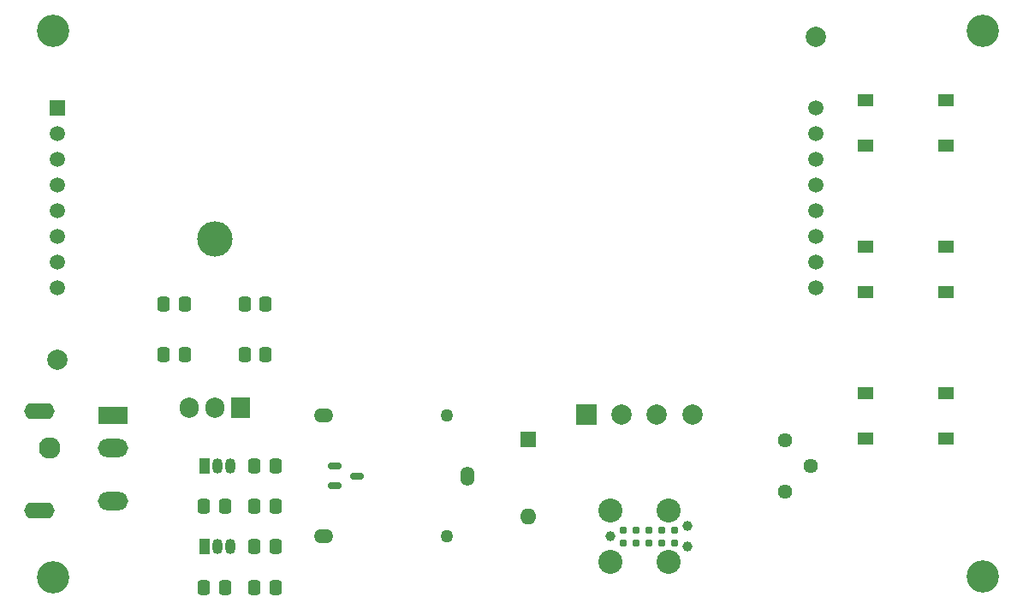
<source format=gbr>
%TF.GenerationSoftware,KiCad,Pcbnew,8.0.1*%
%TF.CreationDate,2024-07-30T14:49:37+02:00*%
%TF.ProjectId,driver,64726976-6572-42e6-9b69-6361645f7063,rev?*%
%TF.SameCoordinates,Original*%
%TF.FileFunction,Soldermask,Top*%
%TF.FilePolarity,Negative*%
%FSLAX46Y46*%
G04 Gerber Fmt 4.6, Leading zero omitted, Abs format (unit mm)*
G04 Created by KiCad (PCBNEW 8.0.1) date 2024-07-30 14:49:37*
%MOMM*%
%LPD*%
G01*
G04 APERTURE LIST*
G04 Aperture macros list*
%AMRoundRect*
0 Rectangle with rounded corners*
0 $1 Rounding radius*
0 $2 $3 $4 $5 $6 $7 $8 $9 X,Y pos of 4 corners*
0 Add a 4 corners polygon primitive as box body*
4,1,4,$2,$3,$4,$5,$6,$7,$8,$9,$2,$3,0*
0 Add four circle primitives for the rounded corners*
1,1,$1+$1,$2,$3*
1,1,$1+$1,$4,$5*
1,1,$1+$1,$6,$7*
1,1,$1+$1,$8,$9*
0 Add four rect primitives between the rounded corners*
20,1,$1+$1,$2,$3,$4,$5,0*
20,1,$1+$1,$4,$5,$6,$7,0*
20,1,$1+$1,$6,$7,$8,$9,0*
20,1,$1+$1,$8,$9,$2,$3,0*%
G04 Aperture macros list end*
%ADD10RoundRect,0.250000X-0.337500X-0.475000X0.337500X-0.475000X0.337500X0.475000X-0.337500X0.475000X0*%
%ADD11RoundRect,0.250000X0.337500X0.475000X-0.337500X0.475000X-0.337500X-0.475000X0.337500X-0.475000X0*%
%ADD12C,3.200000*%
%ADD13R,1.550000X1.300000*%
%ADD14C,2.000000*%
%ADD15R,1.500000X1.500000*%
%ADD16C,1.500000*%
%ADD17RoundRect,0.150000X-0.512500X-0.150000X0.512500X-0.150000X0.512500X0.150000X-0.512500X0.150000X0*%
%ADD18C,1.440000*%
%ADD19C,2.374900*%
%ADD20C,0.990600*%
%ADD21C,0.787400*%
%ADD22C,2.130000*%
%ADD23R,3.000000X1.800000*%
%ADD24O,3.000000X1.800000*%
%ADD25O,3.000000X1.600000*%
%ADD26R,1.050000X1.500000*%
%ADD27O,1.050000X1.500000*%
%ADD28R,2.000000X2.000000*%
%ADD29R,1.600000X1.600000*%
%ADD30O,1.600000X1.600000*%
%ADD31O,1.900000X1.360000*%
%ADD32O,1.360000X1.900000*%
%ADD33C,1.270000*%
%ADD34O,3.500000X3.500000*%
%ADD35R,1.905000X2.000000*%
%ADD36O,1.905000X2.000000*%
G04 APERTURE END LIST*
D10*
%TO.C,C4*%
X164962500Y-81000000D03*
X167037500Y-81000000D03*
%TD*%
%TO.C,C11*%
X173962500Y-101000000D03*
X176037500Y-101000000D03*
%TD*%
%TO.C,C12*%
X173962500Y-105000000D03*
X176037500Y-105000000D03*
%TD*%
%TO.C,C5*%
X164962500Y-86000000D03*
X167037500Y-86000000D03*
%TD*%
%TO.C,C10*%
X173962500Y-97000000D03*
X176037500Y-97000000D03*
%TD*%
D11*
%TO.C,C3*%
X175037500Y-81000000D03*
X172962500Y-81000000D03*
%TD*%
D12*
%TO.C,H4*%
X246000000Y-107900000D03*
%TD*%
%TO.C,H3*%
X154000000Y-108000000D03*
%TD*%
D10*
%TO.C,C9*%
X168962500Y-109000000D03*
X171037500Y-109000000D03*
%TD*%
D13*
%TO.C,SW2*%
X234425000Y-75350000D03*
X242375000Y-75350000D03*
X234425000Y-79850000D03*
X242375000Y-79850000D03*
%TD*%
%TO.C,SW3*%
X234425000Y-89850000D03*
X242375000Y-89850000D03*
X234425000Y-94350000D03*
X242375000Y-94350000D03*
%TD*%
D10*
%TO.C,C13*%
X173962500Y-109000000D03*
X176037500Y-109000000D03*
%TD*%
D12*
%TO.C,H2*%
X154000000Y-54000000D03*
%TD*%
D14*
%TO.C,U5*%
X154500000Y-86560000D03*
X229500000Y-54560000D03*
D15*
X154500000Y-61670000D03*
D16*
X154500000Y-64210000D03*
X154500000Y-66750000D03*
X154500000Y-69290000D03*
X154500000Y-71830000D03*
X154500000Y-74370000D03*
X154500000Y-76910000D03*
X154500000Y-79450000D03*
X229500000Y-61670000D03*
X229500000Y-64210000D03*
X229500000Y-66750000D03*
X229500000Y-69290000D03*
X229500000Y-71830000D03*
X229500000Y-74370000D03*
X229500000Y-76910000D03*
X229500000Y-79450000D03*
%TD*%
D17*
%TO.C,Q1*%
X181862500Y-97050000D03*
X181862500Y-98950000D03*
X184137500Y-98000000D03*
%TD*%
D13*
%TO.C,SW1*%
X234425000Y-60850000D03*
X242375000Y-60850000D03*
X234425000Y-65350000D03*
X242375000Y-65350000D03*
%TD*%
D11*
%TO.C,C2*%
X175037500Y-86000000D03*
X172962500Y-86000000D03*
%TD*%
D18*
%TO.C,RV1*%
X226460000Y-99540000D03*
X229000000Y-97000000D03*
X226460000Y-94460000D03*
%TD*%
D19*
%TO.C,J3*%
X209190000Y-101460000D03*
D20*
X209190000Y-104000000D03*
D19*
X209190000Y-106540000D03*
X214905000Y-101460000D03*
X214905000Y-106540000D03*
D20*
X216810000Y-102984000D03*
X216810000Y-105016000D03*
D21*
X210460000Y-104635000D03*
X211730000Y-104635000D03*
X213000000Y-104635000D03*
X214270000Y-104635000D03*
X215540000Y-104635000D03*
X215540000Y-103365000D03*
X214270000Y-103365000D03*
X213000000Y-103365000D03*
X211730000Y-103365000D03*
X210460000Y-103365000D03*
%TD*%
D10*
%TO.C,C8*%
X168962500Y-101000000D03*
X171037500Y-101000000D03*
%TD*%
D12*
%TO.C,H1*%
X246000000Y-54000000D03*
%TD*%
D22*
%TO.C,J2*%
X153700000Y-95200000D03*
D23*
X160000000Y-92000000D03*
D24*
X160000000Y-100500000D03*
X160000000Y-95200000D03*
D25*
X152700000Y-101400000D03*
X152700000Y-91600000D03*
%TD*%
D26*
%TO.C,U7*%
X169000000Y-105000000D03*
D27*
X170270000Y-105000000D03*
X171540000Y-105000000D03*
%TD*%
D28*
%TO.C,J1*%
X206750000Y-91900000D03*
D14*
X210250000Y-91900000D03*
X213750000Y-91900000D03*
X217250000Y-91900000D03*
%TD*%
D29*
%TO.C,D1*%
X201000000Y-94380000D03*
D30*
X201000000Y-102000000D03*
%TD*%
D26*
%TO.C,U6*%
X169000000Y-97000000D03*
D27*
X170270000Y-97000000D03*
X171540000Y-97000000D03*
%TD*%
D31*
%TO.C,K1*%
X180799998Y-92000002D03*
D32*
X195000000Y-98000000D03*
D31*
X180799998Y-103999998D03*
D33*
X192999999Y-92000002D03*
X192999999Y-103999998D03*
%TD*%
D34*
%TO.C,U2*%
X170000000Y-74570000D03*
D35*
X172540000Y-91230000D03*
D36*
X170000000Y-91230000D03*
X167460000Y-91230000D03*
%TD*%
M02*

</source>
